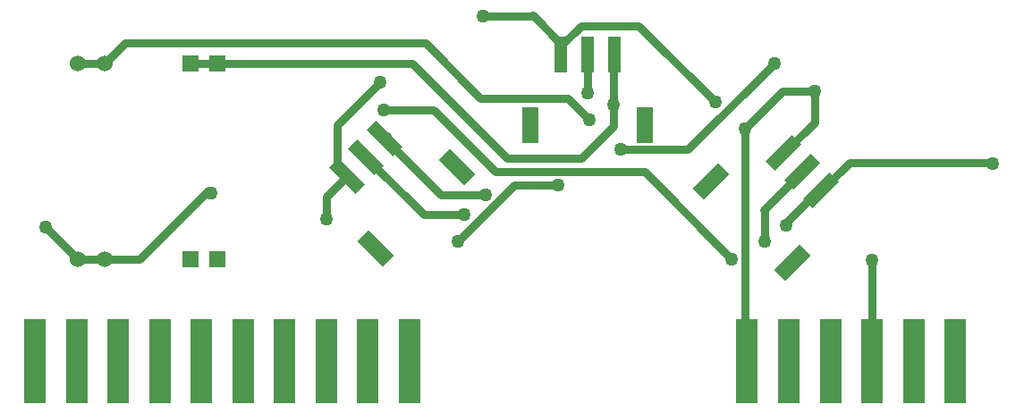
<source format=gbl>
G04*
G04 #@! TF.GenerationSoftware,Altium Limited,Altium Designer,18.1.7 (191)*
G04*
G04 Layer_Physical_Order=2*
G04 Layer_Color=16711680*
%FSLAX44Y44*%
%MOMM*%
G71*
G01*
G75*
%ADD11R,1.2000X3.5000*%
%ADD12R,1.5000X3.4000*%
%ADD19R,2.0000X8.0000*%
%ADD34C,0.7620*%
%ADD35C,1.5240*%
%ADD36R,1.5240X1.5240*%
%ADD37C,1.2700*%
G04:AMPARAMS|DCode=38|XSize=1.5mm|YSize=3.4mm|CornerRadius=0mm|HoleSize=0mm|Usage=FLASHONLY|Rotation=45.000|XOffset=0mm|YOffset=0mm|HoleType=Round|Shape=Rectangle|*
%AMROTATEDRECTD38*
4,1,4,0.6718,-1.7324,-1.7324,0.6718,-0.6718,1.7324,1.7324,-0.6718,0.6718,-1.7324,0.0*
%
%ADD38ROTATEDRECTD38*%

G04:AMPARAMS|DCode=39|XSize=1.2mm|YSize=3.5mm|CornerRadius=0mm|HoleSize=0mm|Usage=FLASHONLY|Rotation=45.000|XOffset=0mm|YOffset=0mm|HoleType=Round|Shape=Rectangle|*
%AMROTATEDRECTD39*
4,1,4,0.8132,-1.6617,-1.6617,0.8132,-0.8132,1.6617,1.6617,-0.8132,0.8132,-1.6617,0.0*
%
%ADD39ROTATEDRECTD39*%

G04:AMPARAMS|DCode=40|XSize=1.5mm|YSize=3.4mm|CornerRadius=0mm|HoleSize=0mm|Usage=FLASHONLY|Rotation=315.000|XOffset=0mm|YOffset=0mm|HoleType=Round|Shape=Rectangle|*
%AMROTATEDRECTD40*
4,1,4,-1.7324,-0.6718,0.6718,1.7324,1.7324,0.6718,-0.6718,-1.7324,-1.7324,-0.6718,0.0*
%
%ADD40ROTATEDRECTD40*%

G04:AMPARAMS|DCode=41|XSize=1.2mm|YSize=3.5mm|CornerRadius=0mm|HoleSize=0mm|Usage=FLASHONLY|Rotation=315.000|XOffset=0mm|YOffset=0mm|HoleType=Round|Shape=Rectangle|*
%AMROTATEDRECTD41*
4,1,4,-1.6617,-0.8132,0.8132,1.6617,1.6617,0.8132,-0.8132,-1.6617,-1.6617,-0.8132,0.0*
%
%ADD41ROTATEDRECTD41*%

D11*
X1015520Y587690D02*
D03*
X990520D02*
D03*
X965520D02*
D03*
D12*
X1045020Y520190D02*
D03*
X936020D02*
D03*
D19*
X821960Y297180D02*
D03*
X782560D02*
D03*
X743160D02*
D03*
X703760D02*
D03*
X664360D02*
D03*
X624960D02*
D03*
X585560D02*
D03*
X546160D02*
D03*
X506760D02*
D03*
X467360D02*
D03*
X1141610D02*
D03*
X1181010D02*
D03*
X1220410D02*
D03*
X1259810D02*
D03*
X1299210D02*
D03*
X1338610D02*
D03*
D34*
X1085358Y497348D02*
X1167220Y579210D01*
X1238250Y485140D02*
X1370330D01*
X1259810Y297180D02*
Y392400D01*
X1178560Y425450D02*
Y427939D01*
X1209091Y458470D01*
X1158240Y410210D02*
Y438360D01*
X1156970Y439630D02*
X1158240Y438360D01*
X1156970Y439630D02*
X1196407Y479067D01*
X1211580Y458470D02*
X1238250Y485140D01*
X1176225Y493825D02*
X1205230Y522831D01*
Y552450D01*
X1139190Y516890D02*
X1174750Y552450D01*
X1205230D01*
X1139190Y276452D02*
Y516890D01*
X1038860Y614680D02*
X1111250Y542290D01*
X1021572Y497348D02*
X1085358D01*
X1139190Y276452D02*
X1143835Y271807D01*
X1014730Y539750D02*
Y586900D01*
Y519430D02*
Y539750D01*
X984250Y488950D02*
X1014730Y519430D01*
X1141020Y300280D02*
X1142850Y298450D01*
X984250Y614680D02*
X1038860D01*
X1209091Y458470D02*
X1211580D01*
X867410Y410210D02*
X920750Y463550D01*
X902954Y476266D02*
X963626D01*
X914400Y488950D02*
X984250D01*
X891540Y623570D02*
X937260D01*
X1045066Y476394D02*
X1126490Y393700D01*
X937260Y623570D02*
X938530Y624840D01*
X965520Y597850D01*
X508000Y579120D02*
X533400D01*
X633520Y456140D02*
X633730D01*
X631190Y458470D02*
X633520Y456140D01*
X566420Y393700D02*
X631190Y458470D01*
X533400Y393700D02*
X566420D01*
X836930Y598170D02*
X889323Y545777D01*
X552450Y598170D02*
X836930D01*
X533400Y579120D02*
X552450Y598170D01*
X965520Y595950D02*
Y597850D01*
Y587690D02*
Y595950D01*
X984250Y614680D01*
X963754Y476394D02*
X1045066D01*
X971873Y545777D02*
X991870Y525780D01*
X889323Y545777D02*
X971873D01*
X1014730Y586900D02*
X1015520Y587690D01*
X990600Y551180D02*
Y581660D01*
X824230Y579120D02*
X914400Y488950D01*
X963626Y476266D02*
X963754Y476394D01*
X920750Y463550D02*
X962660D01*
X753110Y520700D02*
X793750Y561340D01*
X640080Y579120D02*
X824230D01*
X753110Y482409D02*
Y520700D01*
Y482409D02*
X763070Y472449D01*
X797560Y534670D02*
X844550D01*
X902954Y476266D01*
X798425Y507805D02*
X851570Y454660D01*
X894080D01*
X780748Y490127D02*
X835265Y435610D01*
X873760D01*
X614680Y579120D02*
X640080D01*
X798425Y507805D02*
X801161Y510540D01*
X743160Y452539D02*
X763070Y472449D01*
X743160Y431800D02*
Y452539D01*
X508000Y393700D02*
X533400D01*
X508000D02*
Y393780D01*
X477600Y424180D02*
X508000Y393780D01*
D35*
Y579120D02*
D03*
X533400D02*
D03*
Y393700D02*
D03*
X508000D02*
D03*
D36*
X614680Y579120D02*
D03*
X640080D02*
D03*
X614680Y393700D02*
D03*
X640080D02*
D03*
D37*
X1167130Y579300D02*
D03*
X1374140Y483870D02*
D03*
X1259810Y392400D02*
D03*
X1178560Y425450D02*
D03*
X1158240Y410210D02*
D03*
X1205230Y552450D02*
D03*
X1111250Y542290D02*
D03*
X1139190Y516890D02*
D03*
X1014730Y539750D02*
D03*
X867410Y410210D02*
D03*
X891540Y623570D02*
D03*
X1021572Y497348D02*
D03*
X1126490Y393700D02*
D03*
X477600Y424180D02*
D03*
X633730Y456140D02*
D03*
X991870Y525780D02*
D03*
X990600Y551180D02*
D03*
X962660Y463550D02*
D03*
X793750Y561340D02*
D03*
X797560Y534670D02*
D03*
X894080Y454660D02*
D03*
X873760Y435610D02*
D03*
X743160Y431800D02*
D03*
D38*
X867015Y480935D02*
D03*
X789940Y403860D02*
D03*
D39*
X798425Y507805D02*
D03*
X780748Y490127D02*
D03*
X763070Y472449D02*
D03*
D40*
X1184710Y389881D02*
D03*
X1107635Y466955D02*
D03*
D41*
X1211580Y458470D02*
D03*
X1193902Y476148D02*
D03*
X1176225Y493825D02*
D03*
M02*

</source>
